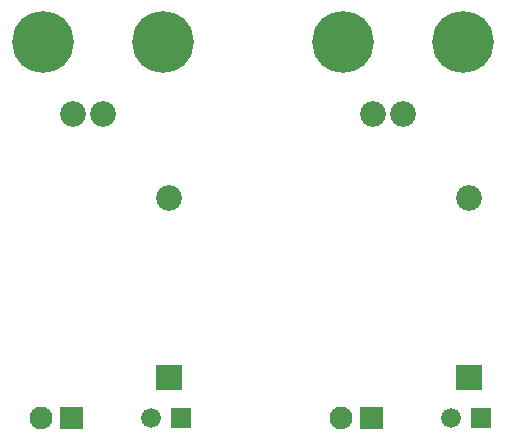
<source format=gbr>
G04 start of page 5 for group -4062 idx -4062 *
G04 Title: (unknown), soldermask *
G04 Creator: pcb 20091103 *
G04 CreationDate: Wed Aug 18 22:41:48 2010 UTC *
G04 For: fosse *
G04 Format: Gerber/RS-274X *
G04 PCB-Dimensions: 600000 500000 *
G04 PCB-Coordinate-Origin: lower left *
%MOIN*%
%FSLAX25Y25*%
%LNBACKMASK*%
%ADD16C,0.0200*%
%ADD26C,0.0860*%
%ADD27C,0.0660*%
%ADD28C,0.0760*%
%ADD29C,0.2060*%
G54D26*X139000Y364000D03*
X107000Y392000D03*
X117000D03*
X207000D03*
X217000D03*
G54D16*G36*
X139700Y293800D02*Y287200D01*
X146300D01*
Y293800D01*
X139700D01*
G37*
G54D27*X133000Y290500D03*
G54D16*G36*
X102700Y294300D02*Y286700D01*
X110300D01*
Y294300D01*
X102700D01*
G37*
G54D28*X96500Y290500D03*
G54D16*G36*
X134700Y308300D02*Y299700D01*
X143300D01*
Y308300D01*
X134700D01*
G37*
G54D29*X97000Y416000D03*
X137000D03*
X197000D03*
X237000D03*
G54D16*G36*
X239700Y293800D02*Y287200D01*
X246300D01*
Y293800D01*
X239700D01*
G37*
G36*
X234700Y308300D02*Y299700D01*
X243300D01*
Y308300D01*
X234700D01*
G37*
G54D26*X239000Y364000D03*
G54D27*X233000Y290500D03*
G54D16*G36*
X202700Y294300D02*Y286700D01*
X210300D01*
Y294300D01*
X202700D01*
G37*
G54D28*X196500Y290500D03*
M02*

</source>
